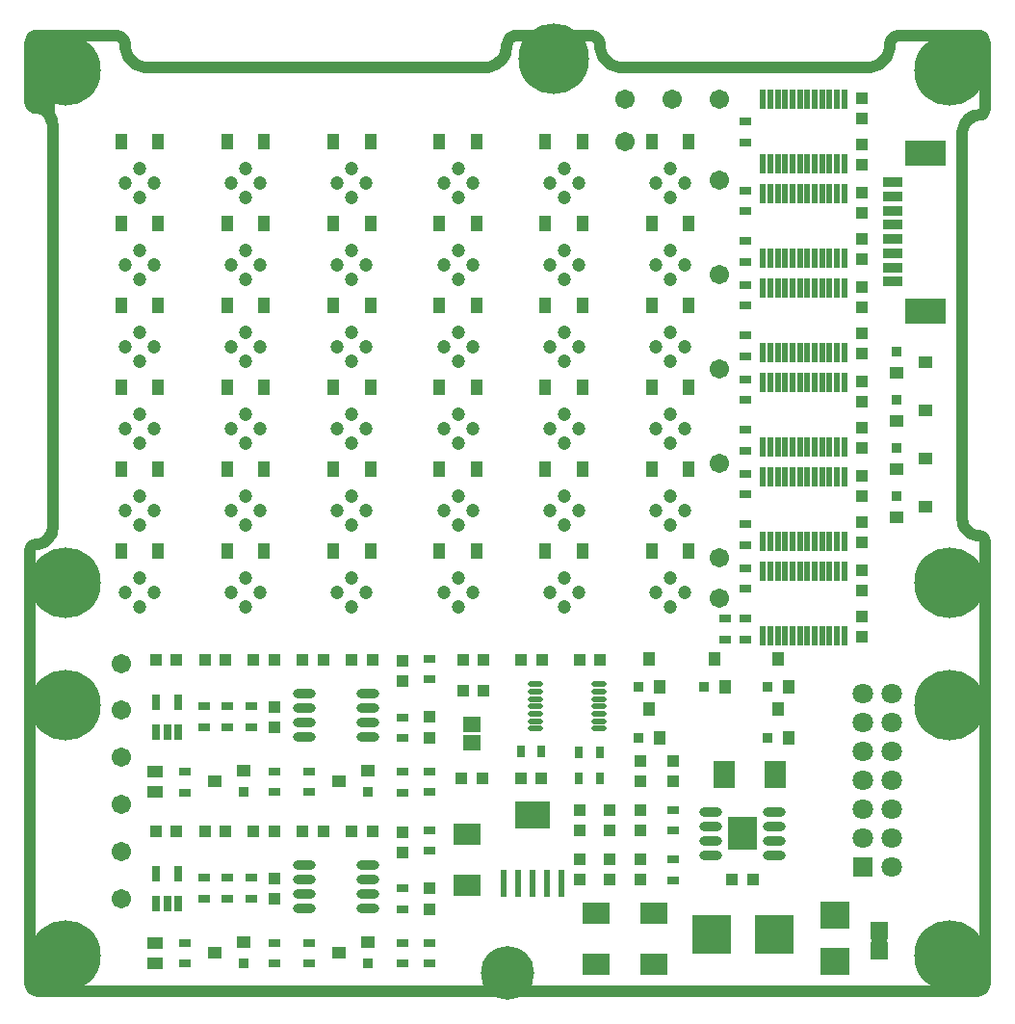
<source format=gbr>
G04*
G04 #@! TF.GenerationSoftware,Altium Limited,Altium Designer,24.1.2 (44)*
G04*
G04 Layer_Color=16711935*
%FSLAX44Y44*%
%MOMM*%
G71*
G04*
G04 #@! TF.SameCoordinates,EA7915C2-BB38-46DF-888F-944F4F2BDD17*
G04*
G04*
G04 #@! TF.FilePolarity,Negative*
G04*
G01*
G75*
%ADD14C,1.0000*%
%ADD19C,1.8032*%
%ADD20R,1.8032X1.8032*%
%ADD21C,1.4032*%
%ADD22C,6.2032*%
%ADD23C,0.8032*%
%ADD24C,4.7032*%
%ADD25C,1.2032*%
%ADD55R,1.7018X0.8128*%
%ADD60R,0.9000X0.9500*%
%ADD62R,0.9500X0.9000*%
%ADD66R,3.1725X2.3455*%
%ADD67R,0.6325X2.3455*%
%ADD76R,2.3622X1.8796*%
%ADD77R,1.8796X2.3622*%
%ADD85R,0.6032X1.7032*%
%ADD86R,3.6000X2.3098*%
%ADD87R,0.7724X1.3724*%
%ADD88R,1.1032X0.8032*%
%ADD89O,2.0032X0.8032*%
%ADD90R,1.1032X1.1532*%
%ADD91R,1.1032X1.0032*%
%ADD92R,1.1532X1.1032*%
%ADD93C,1.7032*%
%ADD94R,1.0032X1.1032*%
%ADD95R,0.5032X1.0032*%
%ADD96R,0.5032X1.0032*%
%ADD97R,2.5032X3.0032*%
%ADD98R,1.6032X1.6032*%
%ADD99R,2.5032X2.4892*%
%ADD100O,1.3500X0.4500*%
%ADD101R,3.5032X3.3532*%
%ADD102R,1.5000X1.4000*%
%ADD103R,0.8032X1.1032*%
%ADD104R,1.1132X1.4232*%
%ADD105R,3.3032X3.7982*%
%ADD106R,2.0660X6.9342*%
%ADD107R,2.9391X2.4948*%
%ADD108R,2.2352X2.8702*%
G36*
X744840Y50940D02*
Y47640D01*
X758840D01*
Y50940D01*
X744840D01*
D02*
G37*
D14*
X10000Y397390D02*
X7522Y396727D01*
X5707Y394914D01*
X5040Y392436D01*
X433300Y844960D02*
X430982Y844655D01*
X428823Y843761D01*
X426967Y842339D01*
X425543Y840485D01*
X424647Y838326D01*
X424340Y836009D01*
X742000Y816960D02*
X744485Y817123D01*
X746928Y817609D01*
X749286Y818409D01*
X751520Y819511D01*
X753591Y820895D01*
X755463Y822537D01*
X757105Y824409D01*
X758489Y826480D01*
X759591Y828714D01*
X760391Y831072D01*
X760877Y833515D01*
X761040Y836000D01*
X838011Y5040D02*
X840669Y5572D01*
X842923Y7080D01*
X844429Y9334D01*
X844960Y11992D01*
X840010Y775040D02*
X842476Y775702D01*
X844286Y777503D01*
X844961Y779965D01*
X770000Y844960D02*
X767682Y844655D01*
X765523Y843761D01*
X763667Y842339D01*
X762243Y840485D01*
X761347Y838326D01*
X761040Y836009D01*
X5040Y786130D02*
X5705Y783650D01*
X7520Y781834D01*
X10000Y781170D01*
X10000Y397390D02*
X12612Y397618D01*
X15144Y398297D01*
X17520Y399405D01*
X19668Y400909D01*
X21521Y402762D01*
X23025Y404910D01*
X24133Y407286D01*
X24812Y409818D01*
X25040Y412430D01*
X844960Y838000D02*
X844430Y840664D01*
X842922Y842922D01*
X840664Y844430D01*
X838000Y844960D01*
X11992D02*
X9331Y844428D01*
X7076Y842919D01*
X5569Y840662D01*
X5040Y838000D01*
Y11989D02*
X5572Y9331D01*
X7080Y7078D01*
X9334Y5571D01*
X11992Y5040D01*
X506260Y836000D02*
X506423Y833515D01*
X506909Y831072D01*
X507709Y828714D01*
X508811Y826480D01*
X510195Y824409D01*
X511837Y822537D01*
X513709Y820895D01*
X515780Y819511D01*
X518014Y818409D01*
X520372Y817609D01*
X522815Y817123D01*
X525300Y816960D01*
X88960Y836000D02*
X89123Y833515D01*
X89609Y831072D01*
X90409Y828714D01*
X91511Y826480D01*
X92895Y824409D01*
X94537Y822537D01*
X96409Y820895D01*
X98480Y819511D01*
X100714Y818409D01*
X103072Y817609D01*
X105515Y817123D01*
X108000Y816960D01*
X506260Y836009D02*
X505953Y838326D01*
X505057Y840485D01*
X503633Y842339D01*
X501777Y843761D01*
X499618Y844655D01*
X497300Y844960D01*
X839967Y775040D02*
X837364Y774807D01*
X834841Y774127D01*
X832474Y773021D01*
X830334Y771522D01*
X828485Y769674D01*
X826985Y767535D01*
X825877Y765168D01*
X825195Y762646D01*
X824961Y760043D01*
X88960Y836009D02*
X88653Y838324D01*
X87759Y840482D01*
X86337Y842335D01*
X84484Y843757D01*
X82327Y844653D01*
X80011Y844960D01*
X25040Y766130D02*
X24812Y768742D01*
X24133Y771274D01*
X23025Y773650D01*
X21521Y775798D01*
X19668Y777651D01*
X17520Y779155D01*
X15144Y780263D01*
X12612Y780941D01*
X10000Y781170D01*
X405300Y816960D02*
X407785Y817123D01*
X410228Y817609D01*
X412586Y818409D01*
X414820Y819511D01*
X416891Y820895D01*
X418763Y822537D01*
X420405Y824409D01*
X421789Y826480D01*
X422891Y828714D01*
X423691Y831072D01*
X424177Y833515D01*
X424340Y836000D01*
X844960Y400000D02*
X844296Y402480D01*
X842480Y404296D01*
X840000Y404960D01*
X824960Y420000D02*
X825189Y417388D01*
X825867Y414856D01*
X826975Y412480D01*
X828479Y410332D01*
X830332Y408479D01*
X832480Y406975D01*
X834856Y405867D01*
X837388Y405188D01*
X840000Y404960D01*
X433300Y844960D02*
X497300D01*
X770000D02*
X838000D01*
X108000Y816960D02*
X405300D01*
X824960Y420000D02*
Y759903D01*
X5040Y786130D02*
Y838000D01*
X25040Y412430D02*
Y766130D01*
X12016Y5040D02*
X837988Y5040D01*
X525300Y816960D02*
X742000D01*
X12004Y844960D02*
X79977Y844960D01*
X844960Y780099D02*
Y838000D01*
X5040Y12012D02*
X5040Y392427D01*
X844960Y12016D02*
X844960Y400000D01*
D19*
X737300Y266200D02*
D03*
Y240800D02*
D03*
Y215400D02*
D03*
Y190000D02*
D03*
Y164600D02*
D03*
Y139200D02*
D03*
X762700Y266200D02*
D03*
Y240800D02*
D03*
Y215400D02*
D03*
Y190000D02*
D03*
Y164600D02*
D03*
Y139200D02*
D03*
Y113800D02*
D03*
D20*
X737300D02*
D03*
D21*
X481462Y807835D02*
D03*
X449133D02*
D03*
Y840164D02*
D03*
X481462D02*
D03*
X488158Y824000D02*
D03*
X465298Y801140D02*
D03*
X442438Y824000D02*
D03*
X465298Y846860D02*
D03*
X52165Y19835D02*
D03*
X19835D02*
D03*
Y52165D02*
D03*
X52165D02*
D03*
X58860Y36000D02*
D03*
X36000Y13140D02*
D03*
X13140Y36000D02*
D03*
X36000Y58860D02*
D03*
X830164Y239835D02*
D03*
X797835D02*
D03*
Y272164D02*
D03*
X830164D02*
D03*
X836860Y256000D02*
D03*
X814000Y233140D02*
D03*
X791140Y256000D02*
D03*
X814000Y278860D02*
D03*
X36000Y836860D02*
D03*
X13140Y814000D02*
D03*
X36000Y791140D02*
D03*
X58860Y814000D02*
D03*
X52165Y830164D02*
D03*
X19835D02*
D03*
Y797835D02*
D03*
X52165D02*
D03*
X36000Y278860D02*
D03*
X13140Y256000D02*
D03*
X36000Y233140D02*
D03*
X58860Y256000D02*
D03*
X52165Y272164D02*
D03*
X19835D02*
D03*
Y239835D02*
D03*
X52165D02*
D03*
Y347836D02*
D03*
X19835D02*
D03*
Y380164D02*
D03*
X52165D02*
D03*
X58860Y364000D02*
D03*
X36000Y341140D02*
D03*
X13140Y364000D02*
D03*
X36000Y386860D02*
D03*
X830164Y797835D02*
D03*
X797835D02*
D03*
Y830164D02*
D03*
X830164D02*
D03*
X836860Y814000D02*
D03*
X814000Y791140D02*
D03*
X791140Y814000D02*
D03*
X814000Y836860D02*
D03*
Y386860D02*
D03*
X791140Y364000D02*
D03*
X814000Y341140D02*
D03*
X836860Y364000D02*
D03*
X830164Y380164D02*
D03*
X797835D02*
D03*
Y347836D02*
D03*
X830164D02*
D03*
Y19835D02*
D03*
X797835D02*
D03*
Y52165D02*
D03*
X830164D02*
D03*
X836860Y36000D02*
D03*
X814000Y13140D02*
D03*
X791140Y36000D02*
D03*
X814000Y58860D02*
D03*
D22*
X465298Y824000D02*
D03*
X36000Y36000D02*
D03*
X814000Y256000D02*
D03*
X36000Y814000D02*
D03*
Y256000D02*
D03*
Y364000D02*
D03*
X814000Y814000D02*
D03*
Y364000D02*
D03*
Y36000D02*
D03*
D23*
X443698Y845000D02*
D03*
X457698D02*
D03*
X471698D02*
D03*
X485698D02*
D03*
X499694Y844649D02*
D03*
X506867Y832626D02*
D03*
X514549Y820922D02*
D03*
X527989Y817000D02*
D03*
X541989D02*
D03*
X555989D02*
D03*
X569989D02*
D03*
X583989D02*
D03*
X597989D02*
D03*
X611989D02*
D03*
X625989D02*
D03*
X639989D02*
D03*
X653989D02*
D03*
X667989D02*
D03*
X681989D02*
D03*
X695989D02*
D03*
X709989D02*
D03*
X723989D02*
D03*
X737989D02*
D03*
X751625Y820170D02*
D03*
X760086Y831324D02*
D03*
X765980Y844023D02*
D03*
X779946Y845000D02*
D03*
X793945D02*
D03*
X807945D02*
D03*
X821945D02*
D03*
X835945D02*
D03*
X845000Y834322D02*
D03*
Y820322D02*
D03*
Y806322D02*
D03*
Y792322D02*
D03*
X844688Y778326D02*
D03*
X832680Y771128D02*
D03*
X825438Y759147D02*
D03*
X825000Y745153D02*
D03*
Y731153D02*
D03*
Y717153D02*
D03*
Y703154D02*
D03*
Y689154D02*
D03*
Y675154D02*
D03*
Y661153D02*
D03*
Y647153D02*
D03*
Y633153D02*
D03*
Y619154D02*
D03*
Y605154D02*
D03*
Y591153D02*
D03*
Y577154D02*
D03*
Y563153D02*
D03*
Y549154D02*
D03*
Y535154D02*
D03*
Y521153D02*
D03*
Y507154D02*
D03*
Y493153D02*
D03*
Y479154D02*
D03*
Y465154D02*
D03*
Y451153D02*
D03*
Y437154D02*
D03*
X825135Y423154D02*
D03*
X830854Y410376D02*
D03*
X843212Y403795D02*
D03*
X845000Y389910D02*
D03*
Y375910D02*
D03*
Y361910D02*
D03*
Y347910D02*
D03*
Y333910D02*
D03*
Y319910D02*
D03*
Y305910D02*
D03*
Y291910D02*
D03*
Y277910D02*
D03*
X845000Y263910D02*
D03*
Y249910D02*
D03*
Y235910D02*
D03*
Y221910D02*
D03*
Y207910D02*
D03*
Y193910D02*
D03*
Y179910D02*
D03*
Y165910D02*
D03*
Y151910D02*
D03*
X845000Y137910D02*
D03*
Y123910D02*
D03*
Y109910D02*
D03*
Y95910D02*
D03*
Y81910D02*
D03*
Y67910D02*
D03*
Y53910D02*
D03*
Y39910D02*
D03*
Y25910D02*
D03*
X844996Y11910D02*
D03*
X832820Y5000D02*
D03*
X818820D02*
D03*
X804820D02*
D03*
X790820D02*
D03*
X776820D02*
D03*
X762820D02*
D03*
X748820D02*
D03*
X734820D02*
D03*
X720820D02*
D03*
X706820D02*
D03*
X692820D02*
D03*
X678820D02*
D03*
X664820D02*
D03*
X650820D02*
D03*
X636820D02*
D03*
X622820D02*
D03*
X608820D02*
D03*
X594820D02*
D03*
X580820D02*
D03*
X566820D02*
D03*
X552820Y5000D02*
D03*
X538820D02*
D03*
X524820D02*
D03*
X510820D02*
D03*
X496820D02*
D03*
X482820D02*
D03*
X468820D02*
D03*
X454820D02*
D03*
X398820D02*
D03*
X384820D02*
D03*
X370820D02*
D03*
X356820D02*
D03*
X342820D02*
D03*
X328820D02*
D03*
X314820D02*
D03*
X300820D02*
D03*
X286820D02*
D03*
X272820Y5000D02*
D03*
X258820D02*
D03*
X244820D02*
D03*
X230820D02*
D03*
X216820D02*
D03*
X202820D02*
D03*
X188820D02*
D03*
X174820D02*
D03*
X160820D02*
D03*
X146820D02*
D03*
X132820D02*
D03*
X118820D02*
D03*
X104820D02*
D03*
X90820D02*
D03*
X76820D02*
D03*
X62820D02*
D03*
X48820D02*
D03*
X34820D02*
D03*
X20820D02*
D03*
X6982Y7125D02*
D03*
X5000Y20984D02*
D03*
Y34984D02*
D03*
Y48984D02*
D03*
Y62984D02*
D03*
Y76984D02*
D03*
Y90984D02*
D03*
Y104984D02*
D03*
Y118984D02*
D03*
Y132984D02*
D03*
Y146984D02*
D03*
Y160984D02*
D03*
Y174984D02*
D03*
Y188984D02*
D03*
Y202984D02*
D03*
Y216984D02*
D03*
Y230984D02*
D03*
Y244984D02*
D03*
Y258984D02*
D03*
Y272984D02*
D03*
Y286984D02*
D03*
Y300984D02*
D03*
Y314984D02*
D03*
Y328984D02*
D03*
Y342984D02*
D03*
Y356984D02*
D03*
Y370984D02*
D03*
Y384984D02*
D03*
X10583Y397822D02*
D03*
X21777Y406231D02*
D03*
X25000Y419855D02*
D03*
Y433855D02*
D03*
Y447855D02*
D03*
Y461855D02*
D03*
Y475855D02*
D03*
Y489855D02*
D03*
Y503855D02*
D03*
Y517855D02*
D03*
Y531855D02*
D03*
Y545855D02*
D03*
Y559855D02*
D03*
Y573855D02*
D03*
Y587855D02*
D03*
Y601855D02*
D03*
Y615855D02*
D03*
Y629855D02*
D03*
Y643855D02*
D03*
Y657855D02*
D03*
Y671855D02*
D03*
Y685855D02*
D03*
Y699855D02*
D03*
Y713855D02*
D03*
Y727855D02*
D03*
Y741855D02*
D03*
Y755855D02*
D03*
X23223Y769742D02*
D03*
X13392Y779709D02*
D03*
X5000Y790915D02*
D03*
Y804915D02*
D03*
Y818915D02*
D03*
Y832915D02*
D03*
X12067Y845000D02*
D03*
X26067D02*
D03*
X40067Y845000D02*
D03*
X54067D02*
D03*
X68067Y845000D02*
D03*
X82065Y844748D02*
D03*
X89513Y832894D02*
D03*
X97029Y821082D02*
D03*
X110421Y817000D02*
D03*
X124420D02*
D03*
X138420D02*
D03*
X152421D02*
D03*
X166420D02*
D03*
X180420D02*
D03*
X194421D02*
D03*
X208421D02*
D03*
X222421D02*
D03*
X236420D02*
D03*
X250420D02*
D03*
X264421D02*
D03*
X278421D02*
D03*
X292421D02*
D03*
X306420D02*
D03*
X320420D02*
D03*
X334421D02*
D03*
X348420D02*
D03*
X362421D02*
D03*
X376421D02*
D03*
X390420D02*
D03*
X404421Y817014D02*
D03*
X417475Y822071D02*
D03*
X424061Y834425D02*
D03*
X433227Y845007D02*
D03*
D24*
X425000Y21000D02*
D03*
D25*
X555400Y427000D02*
D03*
X568100Y439700D02*
D03*
Y414300D02*
D03*
X580800Y427000D02*
D03*
X555400Y355000D02*
D03*
X568100Y367700D02*
D03*
Y342300D02*
D03*
X580800Y355000D02*
D03*
X462060D02*
D03*
X474760Y367700D02*
D03*
Y342300D02*
D03*
X487460Y355000D02*
D03*
X368720Y427000D02*
D03*
X381420Y439700D02*
D03*
Y414300D02*
D03*
X394120Y427000D02*
D03*
X462060D02*
D03*
X474760Y439700D02*
D03*
Y414300D02*
D03*
X487460Y427000D02*
D03*
X368720Y355000D02*
D03*
X381420Y367700D02*
D03*
Y342300D02*
D03*
X394120Y355000D02*
D03*
X275380D02*
D03*
X288080Y367700D02*
D03*
Y342300D02*
D03*
X300780Y355000D02*
D03*
X275380Y427000D02*
D03*
X288080Y439700D02*
D03*
Y414300D02*
D03*
X300780Y427000D02*
D03*
X275380Y499000D02*
D03*
X288080Y511700D02*
D03*
Y486300D02*
D03*
X300780Y499000D02*
D03*
X368720D02*
D03*
X381420Y511700D02*
D03*
Y486300D02*
D03*
X394120Y499000D02*
D03*
X462060D02*
D03*
X474760Y511700D02*
D03*
Y486300D02*
D03*
X487460Y499000D02*
D03*
X555400D02*
D03*
X568100Y511700D02*
D03*
Y486300D02*
D03*
X580800Y499000D02*
D03*
X555400Y571000D02*
D03*
X568100Y583700D02*
D03*
Y558300D02*
D03*
X580800Y571000D02*
D03*
X462060D02*
D03*
X474760Y583700D02*
D03*
Y558300D02*
D03*
X487460Y571000D02*
D03*
X368720D02*
D03*
X381420Y583700D02*
D03*
Y558300D02*
D03*
X394120Y571000D02*
D03*
X275380D02*
D03*
X288080Y583700D02*
D03*
Y558300D02*
D03*
X300780Y571000D02*
D03*
X182040D02*
D03*
X194740Y583700D02*
D03*
Y558300D02*
D03*
X207440Y571000D02*
D03*
X182040Y499000D02*
D03*
X194740Y511700D02*
D03*
Y486300D02*
D03*
X207440Y499000D02*
D03*
X182040Y427000D02*
D03*
X194740Y439700D02*
D03*
Y414300D02*
D03*
X207440Y427000D02*
D03*
X182040Y355000D02*
D03*
X194740Y367700D02*
D03*
Y342300D02*
D03*
X207440Y355000D02*
D03*
X88700D02*
D03*
X101400Y367700D02*
D03*
Y342300D02*
D03*
X114100Y355000D02*
D03*
X88700Y427000D02*
D03*
X101400Y439700D02*
D03*
Y414300D02*
D03*
X114100Y427000D02*
D03*
X88700Y499000D02*
D03*
X101400Y511700D02*
D03*
Y486300D02*
D03*
X114100Y499000D02*
D03*
X88700Y571000D02*
D03*
X101400Y583700D02*
D03*
Y558300D02*
D03*
X114100Y571000D02*
D03*
X182040Y643000D02*
D03*
X194740Y655700D02*
D03*
Y630300D02*
D03*
X207440Y643000D02*
D03*
X275380D02*
D03*
X288080Y655700D02*
D03*
Y630300D02*
D03*
X300780Y643000D02*
D03*
X368720D02*
D03*
X381420Y655700D02*
D03*
Y630300D02*
D03*
X394120Y643000D02*
D03*
X462060D02*
D03*
X474760Y655700D02*
D03*
Y630300D02*
D03*
X487460Y643000D02*
D03*
X580800D02*
D03*
X568100Y630300D02*
D03*
Y655700D02*
D03*
X555400Y643000D02*
D03*
Y715000D02*
D03*
X568100Y727700D02*
D03*
Y702300D02*
D03*
X580800Y715000D02*
D03*
X462060D02*
D03*
X474760Y727700D02*
D03*
Y702300D02*
D03*
X487460Y715000D02*
D03*
X368720D02*
D03*
X381420Y727700D02*
D03*
Y702300D02*
D03*
X394120Y715000D02*
D03*
X275380D02*
D03*
X288080Y727700D02*
D03*
Y702300D02*
D03*
X300780Y715000D02*
D03*
X182040D02*
D03*
X194740Y727700D02*
D03*
Y702300D02*
D03*
X207440Y715000D02*
D03*
X88700D02*
D03*
X101400Y727700D02*
D03*
Y702300D02*
D03*
X114100Y715000D02*
D03*
X88700Y643000D02*
D03*
X101400Y655700D02*
D03*
Y630300D02*
D03*
X114100Y643000D02*
D03*
D55*
X763435Y628480D02*
D03*
Y640980D02*
D03*
Y653480D02*
D03*
Y665980D02*
D03*
Y678480D02*
D03*
Y690980D02*
D03*
Y703480D02*
D03*
Y715980D02*
D03*
D60*
X539931Y272002D02*
D03*
X653440Y271980D02*
D03*
X597320D02*
D03*
X539931Y227530D02*
D03*
X653440D02*
D03*
D62*
X192839Y179681D02*
D03*
X192840Y29101D02*
D03*
X302060D02*
D03*
X302059Y179681D02*
D03*
X767280Y567030D02*
D03*
Y524697D02*
D03*
Y482363D02*
D03*
Y440030D02*
D03*
D66*
X447040Y159643D02*
D03*
D67*
X421640Y99437D02*
D03*
X434340D02*
D03*
X447040D02*
D03*
X459740D02*
D03*
X472440D02*
D03*
D76*
X389254Y98298D02*
D03*
Y143002D02*
D03*
X502920Y73152D02*
D03*
Y28448D02*
D03*
X553720Y73240D02*
D03*
Y28536D02*
D03*
D77*
X615370Y195580D02*
D03*
X660074D02*
D03*
D85*
X649515Y483211D02*
D03*
X656015D02*
D03*
X662515D02*
D03*
X669015D02*
D03*
X675515D02*
D03*
X682015D02*
D03*
X688515D02*
D03*
X695015D02*
D03*
X701515D02*
D03*
X708015D02*
D03*
X714515D02*
D03*
X721015D02*
D03*
Y539599D02*
D03*
X714515D02*
D03*
X708015D02*
D03*
X701515D02*
D03*
X695015D02*
D03*
X688515D02*
D03*
X682015D02*
D03*
X675515D02*
D03*
X669015D02*
D03*
X662515D02*
D03*
X656015D02*
D03*
X649515D02*
D03*
Y566193D02*
D03*
X656015D02*
D03*
X662515D02*
D03*
X669015D02*
D03*
X675515D02*
D03*
X682015D02*
D03*
X688515D02*
D03*
X695015D02*
D03*
X701515D02*
D03*
X708015D02*
D03*
X714515D02*
D03*
X721015D02*
D03*
Y622581D02*
D03*
X714515D02*
D03*
X708015D02*
D03*
X701515D02*
D03*
X695015D02*
D03*
X688515D02*
D03*
X682015D02*
D03*
X675515D02*
D03*
X669015D02*
D03*
X662515D02*
D03*
X656015D02*
D03*
X649515D02*
D03*
Y705564D02*
D03*
X656015D02*
D03*
X662515D02*
D03*
X669015D02*
D03*
X675515D02*
D03*
X682015D02*
D03*
X688515D02*
D03*
X695015D02*
D03*
X701515D02*
D03*
X708015D02*
D03*
X714515D02*
D03*
X721015D02*
D03*
Y649175D02*
D03*
X714515D02*
D03*
X708015D02*
D03*
X701515D02*
D03*
X695015D02*
D03*
X688515D02*
D03*
X682015D02*
D03*
X675515D02*
D03*
X669015D02*
D03*
X662515D02*
D03*
X656015D02*
D03*
X649515D02*
D03*
Y456616D02*
D03*
X656015D02*
D03*
X662515D02*
D03*
X669015D02*
D03*
X675515D02*
D03*
X682015D02*
D03*
X688515D02*
D03*
X695015D02*
D03*
X701515D02*
D03*
X708015D02*
D03*
X714515D02*
D03*
X721015D02*
D03*
Y400228D02*
D03*
X714515D02*
D03*
X708015D02*
D03*
X701515D02*
D03*
X695015D02*
D03*
X688515D02*
D03*
X682015D02*
D03*
X675515D02*
D03*
X669015D02*
D03*
X662515D02*
D03*
X656015D02*
D03*
X649515D02*
D03*
Y373634D02*
D03*
X656015D02*
D03*
X662515D02*
D03*
X669015D02*
D03*
X675515D02*
D03*
X682015D02*
D03*
X688515D02*
D03*
X695015D02*
D03*
X701515D02*
D03*
X708015D02*
D03*
X714515D02*
D03*
X721015D02*
D03*
Y317246D02*
D03*
X714515D02*
D03*
X708015D02*
D03*
X701515D02*
D03*
X695015D02*
D03*
X688515D02*
D03*
X682015D02*
D03*
X675515D02*
D03*
X669015D02*
D03*
X662515D02*
D03*
X656015D02*
D03*
X649515D02*
D03*
Y788546D02*
D03*
X656015D02*
D03*
X662515D02*
D03*
X669015D02*
D03*
X675515D02*
D03*
X682015D02*
D03*
X688515D02*
D03*
X695015D02*
D03*
X701515D02*
D03*
X708015D02*
D03*
X714515D02*
D03*
X721015D02*
D03*
Y732158D02*
D03*
X714515D02*
D03*
X708015D02*
D03*
X701515D02*
D03*
X695015D02*
D03*
X688515D02*
D03*
X682015D02*
D03*
X675515D02*
D03*
X669015D02*
D03*
X662515D02*
D03*
X656015D02*
D03*
X649515D02*
D03*
D86*
X792435Y602980D02*
D03*
Y741480D02*
D03*
D87*
X135187Y258930D02*
D03*
X116187Y232729D02*
D03*
X135187D02*
D03*
X125687D02*
D03*
X116137Y258930D02*
D03*
X116188Y108350D02*
D03*
X125738Y82150D02*
D03*
X135238D02*
D03*
X116238D02*
D03*
X135238Y108350D02*
D03*
D88*
X158189Y255098D02*
D03*
X158188Y236940D02*
D03*
X178924Y255098D02*
D03*
X178923Y236940D02*
D03*
X199658Y255098D02*
D03*
X199657Y236940D02*
D03*
X356820Y198159D02*
D03*
X356819Y180000D02*
D03*
X250189D02*
D03*
X250190Y198159D02*
D03*
X140968Y179622D02*
D03*
X140969Y197780D02*
D03*
X356820Y29421D02*
D03*
X356821Y47580D02*
D03*
X250190Y29421D02*
D03*
X250191Y47580D02*
D03*
X140969Y29042D02*
D03*
X140970Y47201D02*
D03*
X158191Y104519D02*
D03*
X158189Y86360D02*
D03*
X178925Y104519D02*
D03*
X178924Y86360D02*
D03*
X199659Y104519D02*
D03*
X199658Y86360D02*
D03*
X220401Y47580D02*
D03*
X220400Y29421D02*
D03*
X332740Y29042D02*
D03*
X332741Y47201D02*
D03*
X332739Y227454D02*
D03*
X332740Y245613D02*
D03*
X332739Y179622D02*
D03*
X332740Y197780D02*
D03*
X616319Y313931D02*
D03*
X616320Y332090D02*
D03*
X633730Y415072D02*
D03*
X633729Y396914D02*
D03*
Y479896D02*
D03*
X633730Y498055D02*
D03*
Y581037D02*
D03*
X633729Y562878D02*
D03*
X633730Y664020D02*
D03*
X633729Y645861D02*
D03*
X633730Y332090D02*
D03*
X633729Y313931D02*
D03*
X356820Y146587D02*
D03*
X356819Y128428D02*
D03*
X332741Y95034D02*
D03*
X332740Y76875D02*
D03*
X356819Y297167D02*
D03*
X356818Y279008D02*
D03*
X220399Y180000D02*
D03*
X220400Y198159D02*
D03*
X570229Y102491D02*
D03*
X570230Y120650D02*
D03*
X570231Y164209D02*
D03*
X570230Y146050D02*
D03*
X633729Y358411D02*
D03*
X633730Y376570D02*
D03*
X633729Y441394D02*
D03*
X633730Y459552D02*
D03*
X633729Y524376D02*
D03*
X633730Y542535D02*
D03*
X633729Y607358D02*
D03*
X633730Y625517D02*
D03*
X633729Y690341D02*
D03*
X633730Y708500D02*
D03*
X633729Y751083D02*
D03*
X633730Y769242D02*
D03*
D89*
X246069Y228050D02*
D03*
Y240749D02*
D03*
Y253449D02*
D03*
Y266150D02*
D03*
X302569Y228050D02*
D03*
Y240749D02*
D03*
Y253449D02*
D03*
Y266150D02*
D03*
X246070Y77470D02*
D03*
Y90170D02*
D03*
Y102870D02*
D03*
Y115570D02*
D03*
X302570Y77470D02*
D03*
Y90170D02*
D03*
Y102870D02*
D03*
Y115570D02*
D03*
X659880Y162560D02*
D03*
Y149860D02*
D03*
Y137160D02*
D03*
Y124460D02*
D03*
X603380Y162560D02*
D03*
Y149860D02*
D03*
Y137160D02*
D03*
Y124460D02*
D03*
D90*
X558931Y272002D02*
D03*
X549431Y297002D02*
D03*
X672440Y271980D02*
D03*
X662940Y296980D02*
D03*
X616320Y271980D02*
D03*
X606820Y296980D02*
D03*
X558931Y227530D02*
D03*
X549431Y252530D02*
D03*
X672440Y227530D02*
D03*
X662940Y252530D02*
D03*
D91*
X506198Y295910D02*
D03*
X488198D02*
D03*
X455084D02*
D03*
X437084D02*
D03*
X133569Y295889D02*
D03*
X115569D02*
D03*
X176721D02*
D03*
X158721D02*
D03*
X219874D02*
D03*
X201874D02*
D03*
X133570Y145309D02*
D03*
X115570D02*
D03*
X176723D02*
D03*
X158722D02*
D03*
X201875D02*
D03*
X219875D02*
D03*
X454449Y191770D02*
D03*
X436449D02*
D03*
X288179Y295889D02*
D03*
X306179D02*
D03*
X245026D02*
D03*
X263026D02*
D03*
X263027Y145309D02*
D03*
X245028D02*
D03*
X306180D02*
D03*
X288180D02*
D03*
X385970Y295910D02*
D03*
X403970D02*
D03*
Y269240D02*
D03*
X385970D02*
D03*
X384700Y191770D02*
D03*
X402700D02*
D03*
X622630Y102870D02*
D03*
X640630D02*
D03*
D92*
X167839Y189181D02*
D03*
X192839Y198681D02*
D03*
X167840Y38601D02*
D03*
X192840Y48102D02*
D03*
X302060D02*
D03*
X277060Y38601D02*
D03*
X277059Y189181D02*
D03*
X302059Y198681D02*
D03*
X767280Y548030D02*
D03*
X792280Y557530D02*
D03*
X767280Y505697D02*
D03*
X792280Y515197D02*
D03*
X767280Y463363D02*
D03*
X792280Y472863D02*
D03*
X767280Y421030D02*
D03*
X792280Y430530D02*
D03*
D93*
X610870Y634953D02*
D03*
Y717911D02*
D03*
X85090Y292997D02*
D03*
Y210342D02*
D03*
Y127687D02*
D03*
Y169015D02*
D03*
Y251669D02*
D03*
X610870Y350520D02*
D03*
X85090Y86360D02*
D03*
X528320Y751840D02*
D03*
X610870Y469038D02*
D03*
X569595Y788546D02*
D03*
X528320D02*
D03*
X610870Y551995D02*
D03*
Y788546D02*
D03*
Y386080D02*
D03*
D94*
X736470Y522732D02*
D03*
Y540732D02*
D03*
X332740Y295469D02*
D03*
Y277469D02*
D03*
X736470Y417095D02*
D03*
Y399095D02*
D03*
Y439749D02*
D03*
Y457749D02*
D03*
Y500078D02*
D03*
Y482078D02*
D03*
Y583060D02*
D03*
Y565060D02*
D03*
Y623714D02*
D03*
Y605714D02*
D03*
Y666043D02*
D03*
Y648043D02*
D03*
Y706696D02*
D03*
Y688697D02*
D03*
Y334113D02*
D03*
Y316113D02*
D03*
Y374767D02*
D03*
Y356767D02*
D03*
X220400Y104250D02*
D03*
Y86250D02*
D03*
X356819Y227723D02*
D03*
Y245723D02*
D03*
X220399Y254830D02*
D03*
Y236829D02*
D03*
X356820Y77144D02*
D03*
Y95144D02*
D03*
X332741Y126890D02*
D03*
Y144890D02*
D03*
X488188Y163940D02*
D03*
Y145940D02*
D03*
X514858D02*
D03*
Y163940D02*
D03*
X488188Y120760D02*
D03*
Y102760D02*
D03*
X541528D02*
D03*
Y120760D02*
D03*
X514858Y102760D02*
D03*
Y120760D02*
D03*
X541528Y189247D02*
D03*
Y207247D02*
D03*
X570230D02*
D03*
Y189247D02*
D03*
X541528Y145940D02*
D03*
Y163940D02*
D03*
X736470Y731025D02*
D03*
Y749025D02*
D03*
Y771679D02*
D03*
Y789679D02*
D03*
D95*
X118954Y180000D02*
D03*
X111117D02*
D03*
X111118Y198159D02*
D03*
X118956D02*
D03*
X111120Y47580D02*
D03*
X118957D02*
D03*
X111118Y29421D02*
D03*
X118956D02*
D03*
D96*
X115037D02*
D03*
X115038Y47580D02*
D03*
X115036Y180000D02*
D03*
X115037Y198159D02*
D03*
D97*
X631630Y143510D02*
D03*
D98*
X751840Y40640D02*
D03*
Y57940D02*
D03*
D99*
X713170Y71700D02*
D03*
Y31060D02*
D03*
D100*
X505770Y274770D02*
D03*
Y268270D02*
D03*
Y261770D02*
D03*
Y255270D02*
D03*
Y248770D02*
D03*
Y242270D02*
D03*
Y235770D02*
D03*
X449270Y274770D02*
D03*
Y268270D02*
D03*
Y261770D02*
D03*
Y255270D02*
D03*
Y248770D02*
D03*
Y242270D02*
D03*
Y235770D02*
D03*
D101*
X659130Y54610D02*
D03*
X604130D02*
D03*
D102*
X393700Y223140D02*
D03*
Y239140D02*
D03*
D103*
X436815Y215901D02*
D03*
X454974Y215900D02*
D03*
X487929Y214631D02*
D03*
X506088Y214630D02*
D03*
X487929Y191771D02*
D03*
X506088Y191770D02*
D03*
D104*
X458410Y391840D02*
D03*
X491110D02*
D03*
X551750D02*
D03*
X584450D02*
D03*
X551750Y463840D02*
D03*
X584450D02*
D03*
X458410D02*
D03*
X491110D02*
D03*
X458410Y535840D02*
D03*
X491110D02*
D03*
X551750D02*
D03*
X584450D02*
D03*
X551750Y607840D02*
D03*
X584450D02*
D03*
X458410D02*
D03*
X491110D02*
D03*
X365070D02*
D03*
X397770D02*
D03*
X365070Y535840D02*
D03*
X397770D02*
D03*
X365070Y463840D02*
D03*
X397770D02*
D03*
X365070Y391840D02*
D03*
X397770D02*
D03*
X271730D02*
D03*
X304430D02*
D03*
X271730Y463840D02*
D03*
X304430D02*
D03*
X271730Y535840D02*
D03*
X304430D02*
D03*
X178390Y607840D02*
D03*
X211090D02*
D03*
X271730D02*
D03*
X304430D02*
D03*
X178390Y535840D02*
D03*
X211090D02*
D03*
X178390Y463840D02*
D03*
X211090D02*
D03*
X178390Y391840D02*
D03*
X211090D02*
D03*
X85050D02*
D03*
X117750D02*
D03*
X85050Y463840D02*
D03*
X117750D02*
D03*
X85050Y535840D02*
D03*
X117750D02*
D03*
X85050Y607840D02*
D03*
X117750D02*
D03*
X85050Y679840D02*
D03*
X117750D02*
D03*
X178390D02*
D03*
X211090D02*
D03*
X271730D02*
D03*
X304430D02*
D03*
X365070D02*
D03*
X397770D02*
D03*
X458410D02*
D03*
X491110D02*
D03*
X551750D02*
D03*
X584450D02*
D03*
X551750Y751840D02*
D03*
X584450D02*
D03*
X458410D02*
D03*
X491110D02*
D03*
X365070D02*
D03*
X397770D02*
D03*
X271730D02*
D03*
X304430D02*
D03*
X178390D02*
D03*
X211090D02*
D03*
X85050D02*
D03*
X117750D02*
D03*
D105*
X829500Y827025D02*
D03*
D106*
X16934Y810895D02*
D03*
D107*
X18679Y16482D02*
D03*
D108*
X833120Y20955D02*
D03*
M02*

</source>
